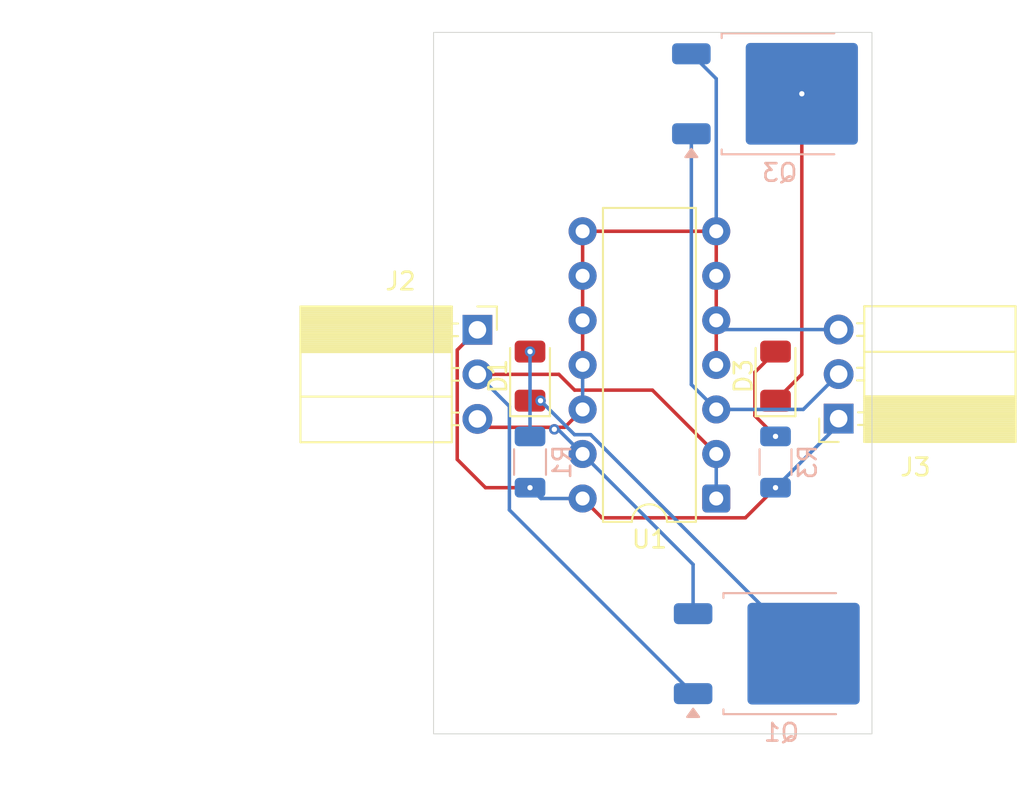
<source format=kicad_pcb>
(kicad_pcb (version 20241229) (generator "pcbnew") (generator_version "9.0")
  (layers (0 "F.Cu" signal) (2 "B.Cu" signal) (13 "F.Paste" user) (15 "B.Paste" user) (5 "F.SilkS" user "F.Silkscreen") (7 "B.SilkS" user "B.Silkscreen") (1 "F.Mask" user) (3 "B.Mask" user) (25 "Edge.Cuts" user))
  (net 0 "")
  (net 1 "Net-(D1-A)")
  (net 2 "Net-(D1-K)")
  (net 3 "Net-(D3-A)")
  (net 4 "Net-(D3-K)")
  (net 5 "Net-(J2-Pin_2)")
  (net 6 "Net-(J3-Pin_2)")
  (net 7 "Net-(J2-Pin_3)")
  (net 8 "Net-(J2-Pin_1)")
  (footprint "Connector_PinSocket_2.54mm:PinSocket_1x03_P2.54mm_Horizontal" (layer "F.Cu") (at 113.1 92.025 180)
    (property "Reference" "J3" (at -4.38 -2.77 0) (layer "F.SilkS"))
    (property "Value" "Conn_01x03_Socket")
    (fp_line (start 1.11 -1.33) (end 1.11 0) (stroke (width 0.12)) (layer "F.SilkS"))
    (fp_line (start 0 -1.33) (end 1.11 -1.33) (stroke (width 0.12)) (layer "F.SilkS"))
    (fp_line (start -1.46 5.44) (end -1.05 5.44) (stroke (width 0.12)) (layer "F.SilkS"))
    (fp_line (start -1.46 4.72) (end -1.05 4.72) (stroke (width 0.12)) (layer "F.SilkS"))
    (fp_line (start -1.46 2.9) (end -1.05 2.9) (stroke (width 0.12)) (layer "F.SilkS"))
    (fp_line (start -1.46 2.18) (end -1.05 2.18) (stroke (width 0.12)) (layer "F.SilkS"))
    (fp_line (start -1.46 0.36) (end -1.11 0.36) (stroke (width 0.12)) (layer "F.SilkS"))
    (fp_line (start -1.46 -0.36) (end -1.11 -0.36) (stroke (width 0.12)) (layer "F.SilkS"))
    (fp_line (start -1.46 -1.33) (end -1.46 6.41) (stroke (width 0.12)) (layer "F.SilkS"))
    (fp_line (start -10.09 6.41) (end -1.46 6.41) (stroke (width 0.12)) (layer "F.SilkS"))
    (fp_line (start -10.09 3.81) (end -1.46 3.81) (stroke (width 0.12)) (layer "F.SilkS"))
    (fp_line (start -10.09 1.27) (end -1.46 1.27) (stroke (width 0.12)) (layer "F.SilkS"))
    (fp_line (start -10.09 1.1519) (end -1.46 1.1519) (stroke (width 0.12)) (layer "F.SilkS"))
    (fp_line (start -10.09 1.033805) (end -1.46 1.033805) (stroke (width 0.12)) (layer "F.SilkS"))
    (fp_line (start -10.09 0.91571) (end -1.46 0.91571) (stroke (width 0.12)) (layer "F.SilkS"))
    (fp_line (start -10.09 0.797615) (end -1.46 0.797615) (stroke (width 0.12)) (layer "F.SilkS"))
    (fp_line (start -10.09 0.67952) (end -1.46 0.67952) (stroke (width 0.12)) (layer "F.SilkS"))
    (fp_line (start -10.09 0.561425) (end -1.46 0.561425) (stroke (width 0.12)) (layer "F.SilkS"))
    (fp_line (start -10.09 0.44333) (end -1.46 0.44333) (stroke (width 0.12)) (layer "F.SilkS"))
    (fp_line (start -10.09 0.325235) (end -1.46 0.325235) (stroke (width 0.12)) (layer "F.SilkS"))
    (fp_line (start -10.09 0.20714) (end -1.46 0.20714) (stroke (width 0.12)) (layer "F.SilkS"))
    (fp_line (start -10.09 0.089045) (end -1.46 0.089045) (stroke (width 0.12)) (layer "F.SilkS"))
    (fp_line (start -10.09 -0.02905) (end -1.46 -0.02905) (stroke (width 0.12)) (layer "F.SilkS"))
    (fp_line (start -10.09 -0.147145) (end -1.46 -0.147145) (stroke (width 0.12)) (layer "F.SilkS"))
    (fp_line (start -10.09 -0.26524) (end -1.46 -0.26524) (stroke (width 0.12)) (layer "F.SilkS"))
    (fp_line (start -10.09 -0.383335) (end -1.46 -0.383335) (stroke (width 0.12)) (layer "F.SilkS"))
    (fp_line (start -10.09 -0.50143) (end -1.46 -0.50143) (stroke (width 0.12)) (layer "F.SilkS"))
    (fp_line (start -10.09 -0.619525) (end -1.46 -0.619525) (stroke (width 0.12)) (layer "F.SilkS"))
    (fp_line (start -10.09 -0.73762) (end -1.46 -0.73762) (stroke (width 0.12)) (layer "F.SilkS"))
    (fp_line (start -10.09 -0.855715) (end -1.46 -0.855715) (stroke (width 0.12)) (layer "F.SilkS"))
    (fp_line (start -10.09 -0.97381) (end -1.46 -0.97381) (stroke (width 0.12)) (layer "F.SilkS"))
    (fp_line (start -10.09 -1.091905) (end -1.46 -1.091905) (stroke (width 0.12)) (layer "F.SilkS"))
    (fp_line (start -10.09 -1.21) (end -1.46 -1.21) (stroke (width 0.12)) (layer "F.SilkS"))
    (fp_line (start -10.09 -1.33) (end -1.46 -1.33) (stroke (width 0.12)) (layer "F.SilkS"))
    (fp_line (start -10.09 -1.33) (end -10.09 6.41) (stroke (width 0.12)) (layer "F.SilkS"))
    (pad "1" thru_hole rect (at 0 0 180) (size 1.7 1.7) (drill 1) (layers "*.Cu" "*.Mask") (net 8 "Net-(J2-Pin_1)"))
    (pad "2" thru_hole circle (at 0 2.54 180) (size 1.7 1.7) (drill 1) (layers "*.Cu" "*.Mask") (net 6 "Net-(J3-Pin_2)"))
    (pad "3" thru_hole circle (at 0 5.08 180) (size 1.7 1.7) (drill 1) (layers "*.Cu" "*.Mask") (net 7 "Net-(J2-Pin_3)"))
  )
  (footprint "Package_DIP:DIP-14_W7.62mm" (layer "F.Cu") (at 106.12 96.58 180)
    (property "Reference" "U1" (at 3.81 -2.33 0) (layer "F.SilkS"))
    (property "Value" "4011")
    (fp_line (start 6.46 16.57) (end 6.46 -1.33) (stroke (width 0.12)) (layer "F.SilkS"))
    (fp_line (start 6.46 -1.33) (end 4.81 -1.33) (stroke (width 0.12)) (layer "F.SilkS"))
    (fp_line (start 2.81 -1.33) (end 1.16 -1.33) (stroke (width 0.12)) (layer "F.SilkS"))
    (fp_line (start 1.16 16.57) (end 6.46 16.57) (stroke (width 0.12)) (layer "F.SilkS"))
    (fp_line (start 1.16 -1.33) (end 1.16 16.57) (stroke (width 0.12)) (layer "F.SilkS"))
    (fp_arc (start 4.81 -1.33) (mid 3.81 -0.33) (end 2.81 -1.33) (stroke (width 0.12)) (layer "F.SilkS"))
    (pad "1" thru_hole roundrect (at 0 0 180) (size 1.6 1.6) (drill 0.8) (layers "*.Cu" "*.Mask") (roundrect_rratio 0.15625) (net 5 "Net-(J2-Pin_2)"))
    (pad "2" thru_hole circle (at 0 2.54 180) (size 1.6 1.6) (drill 0.8) (layers "*.Cu" "*.Mask") (net 5 "Net-(J2-Pin_2)"))
    (pad "3" thru_hole circle (at 0 5.08 180) (size 1.6 1.6) (drill 0.8) (layers "*.Cu" "*.Mask") (net 6 "Net-(J3-Pin_2)"))
    (pad "4" thru_hole circle (at 0 7.62 180) (size 1.6 1.6) (drill 0.8) (layers "*.Cu" "*.Mask") (net 7 "Net-(J2-Pin_3)"))
    (pad "5" thru_hole circle (at 0 10.16 180) (size 1.6 1.6) (drill 0.8) (layers "*.Cu" "*.Mask") (net 7 "Net-(J2-Pin_3)"))
    (pad "6" thru_hole circle (at 0 12.7 180) (size 1.6 1.6) (drill 0.8) (layers "*.Cu" "*.Mask") (net 7 "Net-(J2-Pin_3)"))
    (pad "7" thru_hole circle (at 0 15.24 180) (size 1.6 1.6) (drill 0.8) (layers "*.Cu" "*.Mask") (net 7 "Net-(J2-Pin_3)"))
    (pad "8" thru_hole circle (at 7.62 15.24 180) (size 1.6 1.6) (drill 0.8) (layers "*.Cu" "*.Mask") (net 7 "Net-(J2-Pin_3)"))
    (pad "9" thru_hole circle (at 7.62 12.7 180) (size 1.6 1.6) (drill 0.8) (layers "*.Cu" "*.Mask") (net 7 "Net-(J2-Pin_3)"))
    (pad "10" thru_hole circle (at 7.62 10.16 180) (size 1.6 1.6) (drill 0.8) (layers "*.Cu" "*.Mask") (net 7 "Net-(J2-Pin_3)"))
    (pad "11" thru_hole circle (at 7.62 7.62 180) (size 1.6 1.6) (drill 0.8) (layers "*.Cu" "*.Mask") (net 7 "Net-(J2-Pin_3)"))
    (pad "12" thru_hole circle (at 7.62 5.08 180) (size 1.6 1.6) (drill 0.8) (layers "*.Cu" "*.Mask") (net 7 "Net-(J2-Pin_3)"))
    (pad "13" thru_hole circle (at 7.62 2.54 180) (size 1.6 1.6) (drill 0.8) (layers "*.Cu" "*.Mask") (net 7 "Net-(J2-Pin_3)"))
    (pad "14" thru_hole circle (at 7.62 0 180) (size 1.6 1.6) (drill 0.8) (layers "*.Cu" "*.Mask") (net 8 "Net-(J2-Pin_1)"))
  )
  (footprint "Connector_PinSocket_2.54mm:PinSocket_1x03_P2.54mm_Horizontal" (layer "F.Cu") (at 92.5 86.96)
    (property "Reference" "J2" (at -4.38 -2.77 0) (layer "F.SilkS"))
    (property "Value" "Conn_01x03_Socket")
    (fp_line (start -10.09 -1.33) (end -10.09 6.41) (stroke (width 0.12)) (layer "F.SilkS"))
    (fp_line (start -10.09 -1.33) (end -1.46 -1.33) (stroke (width 0.12)) (layer "F.SilkS"))
    (fp_line (start -10.09 -1.21) (end -1.46 -1.21) (stroke (width 0.12)) (layer "F.SilkS"))
    (fp_line (start -10.09 -1.091905) (end -1.46 -1.091905) (stroke (width 0.12)) (layer "F.SilkS"))
    (fp_line (start -10.09 -0.97381) (end -1.46 -0.97381) (stroke (width 0.12)) (layer "F.SilkS"))
    (fp_line (start -10.09 -0.855715) (end -1.46 -0.855715) (stroke (width 0.12)) (layer "F.SilkS"))
    (fp_line (start -10.09 -0.73762) (end -1.46 -0.73762) (stroke (width 0.12)) (layer "F.SilkS"))
    (fp_line (start -10.09 -0.619525) (end -1.46 -0.619525) (stroke (width 0.12)) (layer "F.SilkS"))
    (fp_line (start -10.09 -0.50143) (end -1.46 -0.50143) (stroke (width 0.12)) (layer "F.SilkS"))
    (fp_line (start -10.09 -0.383335) (end -1.46 -0.383335) (stroke (width 0.12)) (layer "F.SilkS"))
    (fp_line (start -10.09 -0.26524) (end -1.46 -0.26524) (stroke (width 0.12)) (layer "F.SilkS"))
    (fp_line (start -10.09 -0.147145) (end -1.46 -0.147145) (stroke (width 0.12)) (layer "F.SilkS"))
    (fp_line (start -10.09 -0.02905) (end -1.46 -0.02905) (stroke (width 0.12)) (layer "F.SilkS"))
    (fp_line (start -10.09 0.089045) (end -1.46 0.089045) (stroke (width 0.12)) (layer "F.SilkS"))
    (fp_line (start -10.09 0.20714) (end -1.46 0.20714) (stroke (width 0.12)) (layer "F.SilkS"))
    (fp_line (start -10.09 0.325235) (end -1.46 0.325235) (stroke (width 0.12)) (layer "F.SilkS"))
    (fp_line (start -10.09 0.44333) (end -1.46 0.44333) (stroke (width 0.12)) (layer "F.SilkS"))
    (fp_line (start -10.09 0.561425) (end -1.46 0.561425) (stroke (width 0.12)) (layer "F.SilkS"))
    (fp_line (start -10.09 0.67952) (end -1.46 0.67952) (stroke (width 0.12)) (layer "F.SilkS"))
    (fp_line (start -10.09 0.797615) (end -1.46 0.797615) (stroke (width 0.12)) (layer "F.SilkS"))
    (fp_line (start -10.09 0.91571) (end -1.46 0.91571) (stroke (width 0.12)) (layer "F.SilkS"))
    (fp_line (start -10.09 1.033805) (end -1.46 1.033805) (stroke (width 0.12)) (layer "F.SilkS"))
    (fp_line (start -10.09 1.1519) (end -1.46 1.1519) (stroke (width 0.12)) (layer "F.SilkS"))
    (fp_line (start -10.09 1.27) (end -1.46 1.27) (stroke (width 0.12)) (layer "F.SilkS"))
    (fp_line (start -10.09 3.81) (end -1.46 3.81) (stroke (width 0.12)) (layer "F.SilkS"))
    (fp_line (start -10.09 6.41) (end -1.46 6.41) (stroke (width 0.12)) (layer "F.SilkS"))
    (fp_line (start -1.46 -1.33) (end -1.46 6.41) (stroke (width 0.12)) (layer "F.SilkS"))
    (fp_line (start -1.46 -0.36) (end -1.11 -0.36) (stroke (width 0.12)) (layer "F.SilkS"))
    (fp_line (start -1.46 0.36) (end -1.11 0.36) (stroke (width 0.12)) (layer "F.SilkS"))
    (fp_line (start -1.46 2.18) (end -1.05 2.18) (stroke (width 0.12)) (layer "F.SilkS"))
    (fp_line (start -1.46 2.9) (end -1.05 2.9) (stroke (width 0.12)) (layer "F.SilkS"))
    (fp_line (start -1.46 4.72) (end -1.05 4.72) (stroke (width 0.12)) (layer "F.SilkS"))
    (fp_line (start -1.46 5.44) (end -1.05 5.44) (stroke (width 0.12)) (layer "F.SilkS"))
    (fp_line (start 0 -1.33) (end 1.11 -1.33) (stroke (width 0.12)) (layer "F.SilkS"))
    (fp_line (start 1.11 -1.33) (end 1.11 0) (stroke (width 0.12)) (layer "F.SilkS"))
    (pad "1" thru_hole rect (at 0 0) (size 1.7 1.7) (drill 1) (layers "*.Cu" "*.Mask") (net 8 "Net-(J2-Pin_1)"))
    (pad "2" thru_hole circle (at 0 2.54) (size 1.7 1.7) (drill 1) (layers "*.Cu" "*.Mask") (net 5 "Net-(J2-Pin_2)"))
    (pad "3" thru_hole circle (at 0 5.08) (size 1.7 1.7) (drill 1) (layers "*.Cu" "*.Mask") (net 7 "Net-(J2-Pin_3)"))
  )
  (footprint "LED_SMD:LED_1206_3216Metric" (layer "F.Cu") (at 109.5 89.6 90)
    (property "Reference" "D3" (at 0 -1.83 90) (layer "F.SilkS"))
    (property "Value" "LED")
    (fp_line (start 1.6 -1.135) (end -2.285 -1.135) (stroke (width 0.12)) (layer "F.SilkS"))
    (fp_line (start -2.285 -1.135) (end -2.285 1.135) (stroke (width 0.12)) (layer "F.SilkS"))
    (fp_line (start -2.285 1.135) (end 1.6 1.135) (stroke (width 0.12)) (layer "F.SilkS"))
    (pad "1" smd roundrect (at -1.4 0 90) (size 1.25 1.75) (layers "F.Cu" "F.Mask" "F.Paste") (roundrect_rratio 0.2) (net 4 "Net-(D3-K)"))
    (pad "2" smd roundrect (at 1.4 0 90) (size 1.25 1.75) (layers "F.Cu" "F.Mask" "F.Paste") (roundrect_rratio 0.2) (net 3 "Net-(D3-A)"))
  )
  (footprint "LED_SMD:LED_1206_3216Metric" (layer "F.Cu") (at 95.5 89.6 90)
    (property "Reference" "D1" (at 0 -1.83 90) (layer "F.SilkS"))
    (property "Value" "LED")
    (fp_line (start 1.6 -1.135) (end -2.285 -1.135) (stroke (width 0.12)) (layer "F.SilkS"))
    (fp_line (start -2.285 -1.135) (end -2.285 1.135) (stroke (width 0.12)) (layer "F.SilkS"))
    (fp_line (start -2.285 1.135) (end 1.6 1.135) (stroke (width 0.12)) (layer "F.SilkS"))
    (pad "1" smd roundrect (at -1.4 0 90) (size 1.25 1.75) (layers "F.Cu" "F.Mask" "F.Paste") (roundrect_rratio 0.2) (net 2 "Net-(D1-K)"))
    (pad "2" smd roundrect (at 1.4 0 90) (size 1.25 1.75) (layers "F.Cu" "F.Mask" "F.Paste") (roundrect_rratio 0.2) (net 1 "Net-(D1-A)"))
  )
  (footprint "Package_TO_SOT_SMD:TO-252-2" (layer "B.Cu") (at 109.74 73.5)
    (property "Reference" "Q3" (at 0 4.5 0) (layer "B.SilkS") (effects (justify mirror)))
    (property "Value" "QM6006D")
    (fp_line (start -3.31 -3.45) (end -3.31 -3.18) (stroke (width 0.12)) (layer "B.SilkS"))
    (fp_line (start -3.31 3.45) (end -3.31 3.18) (stroke (width 0.12)) (layer "B.SilkS"))
    (fp_line (start 3.11 -3.45) (end -3.31 -3.45) (stroke (width 0.12)) (layer "B.SilkS"))
    (fp_line (start 3.11 3.45) (end -3.31 3.45) (stroke (width 0.12)) (layer "B.SilkS"))
    (fp_poly (pts (xy -5.04 3.14) (xy -5.38 3.61) (xy -4.7 3.61)) (stroke (width 0.12)) (fill yes) (layer "B.SilkS"))
    (pad "1" smd roundrect (at -5.04 2.28) (size 2.2 1.2) (layers "B.Cu" "B.Mask" "B.Paste") (roundrect_rratio 0.208333) (net 6 "Net-(J3-Pin_2)"))
    (pad "2" smd roundrect (at 1.26 0) (size 6.4 5.8) (layers "B.Cu" "B.Mask") (roundrect_rratio 0.043103) (net 4 "Net-(D3-K)"))
    (pad "3" smd roundrect (at -5.04 -2.28) (size 2.2 1.2) (layers "B.Cu" "B.Mask" "B.Paste") (roundrect_rratio 0.208333) (net 7 "Net-(J2-Pin_3)"))
  )
  (footprint "Package_TO_SOT_SMD:TO-252-2" (layer "B.Cu") (at 109.84 105.4275)
    (property "Reference" "Q1" (at 0 4.5 0) (layer "B.SilkS") (effects (justify mirror)))
    (property "Value" "QM6006D")
    (fp_line (start -3.31 -3.45) (end -3.31 -3.18) (stroke (width 0.12)) (layer "B.SilkS"))
    (fp_line (start -3.31 3.45) (end -3.31 3.18) (stroke (width 0.12)) (layer "B.SilkS"))
    (fp_line (start 3.11 -3.45) (end -3.31 -3.45) (stroke (width 0.12)) (layer "B.SilkS"))
    (fp_line (start 3.11 3.45) (end -3.31 3.45) (stroke (width 0.12)) (layer "B.SilkS"))
    (fp_poly (pts (xy -5.04 3.14) (xy -5.38 3.61) (xy -4.7 3.61)) (stroke (width 0.12)) (fill yes) (layer "B.SilkS"))
    (pad "1" smd roundrect (at -5.04 2.28) (size 2.2 1.2) (layers "B.Cu" "B.Mask" "B.Paste") (roundrect_rratio 0.208333) (net 5 "Net-(J2-Pin_2)"))
    (pad "2" smd roundrect (at 1.26 0) (size 6.4 5.8) (layers "B.Cu" "B.Mask") (roundrect_rratio 0.043103) (net 2 "Net-(D1-K)"))
    (pad "3" smd roundrect (at -5.04 -2.28) (size 2.2 1.2) (layers "B.Cu" "B.Mask" "B.Paste") (roundrect_rratio 0.208333) (net 7 "Net-(J2-Pin_3)"))
  )
  (footprint "Resistor_SMD:R_1206_3216Metric" (layer "B.Cu") (at 95.5 94.5 90)
    (property "Reference" "R1" (at 0 1.83 90) (layer "B.SilkS") (effects (justify mirror)))
    (property "Value" "R")
    (fp_line (start -0.727064 -0.91) (end 0.727064 -0.91) (stroke (width 0.12)) (layer "B.SilkS"))
    (fp_line (start -0.727064 0.91) (end 0.727064 0.91) (stroke (width 0.12)) (layer "B.SilkS"))
    (pad "1" smd roundrect (at -1.4625 0 90) (size 1.125 1.75) (layers "B.Cu" "B.Mask" "B.Paste") (roundrect_rratio 0.222222) (net 8 "Net-(J2-Pin_1)"))
    (pad "2" smd roundrect (at 1.4625 0 90) (size 1.125 1.75) (layers "B.Cu" "B.Mask" "B.Paste") (roundrect_rratio 0.222222) (net 1 "Net-(D1-A)"))
  )
  (footprint "Resistor_SMD:R_1206_3216Metric" (layer "B.Cu") (at 109.5 94.5 90)
    (property "Reference" "R3" (at 0 1.83 90) (layer "B.SilkS") (effects (justify mirror)))
    (property "Value" "R")
    (fp_line (start -0.727064 -0.91) (end 0.727064 -0.91) (stroke (width 0.12)) (layer "B.SilkS"))
    (fp_line (start -0.727064 0.91) (end 0.727064 0.91) (stroke (width 0.12)) (layer "B.SilkS"))
    (pad "1" smd roundrect (at -1.4625 0 90) (size 1.125 1.75) (layers "B.Cu" "B.Mask" "B.Paste") (roundrect_rratio 0.222222) (net 8 "Net-(J2-Pin_1)"))
    (pad "2" smd roundrect (at 1.4625 0 90) (size 1.125 1.75) (layers "B.Cu" "B.Mask" "B.Paste") (roundrect_rratio 0.222222) (net 3 "Net-(D3-A)"))
  )
  (gr_rect (start 90 70) (end 115 110) (stroke (width 0.05)) (fill no) (layer "Edge.Cuts"))
  (via (at 95.5 88.2) (size 0.6) (drill 0.3) (layers "F.Cu" "B.Cu") (net 1))
  (segment (start 95.5 93.0375) (end 95.5 88.2) (width 0.2) (layer "B.Cu") (net 1))
  (via (at 96.1 91) (size 0.6) (drill 0.3) (layers "F.Cu" "B.Cu") (net 2))
  (segment (start 111.1 105.08295) (end 98.95605 92.939) (width 0.2) (layer "B.Cu") (net 2))
  (segment (start 98.95605 92.939) (end 98.039 92.939) (width 0.2) (layer "B.Cu") (net 2))
  (segment (start 98.039 92.939) (end 96.1 91) (width 0.2) (layer "B.Cu") (net 2))
  (segment (start 111.1 105.4275) (end 111.1 105.08295) (width 0.2) (layer "B.Cu") (net 2))
  (segment (start 108.324 91.8615) (end 109.5 93.0375) (width 0.2) (layer "F.Cu") (net 3))
  (segment (start 108.324 89.376) (end 108.324 91.8615) (width 0.2) (layer "F.Cu") (net 3))
  (segment (start 109.5 88.2) (end 108.324 89.376) (width 0.2) (layer "F.Cu") (net 3))
  (via (at 109.5 93.0375) (size 0.6) (drill 0.3) (layers "F.Cu" "B.Cu") (net 3))
  (segment (start 109.5 91) (end 111 89.5) (width 0.2) (layer "F.Cu") (net 4))
  (segment (start 111 89.5) (end 111 73.5) (width 0.2) (layer "F.Cu") (net 4))
  (via (at 111 73.5) (size 0.6) (drill 0.3) (layers "F.Cu" "B.Cu") (net 4))
  (segment (start 102.479 90.399) (end 106.12 94.04) (width 0.2) (layer "F.Cu") (net 5))
  (segment (start 98.04395 90.399) (end 102.479 90.399) (width 0.2) (layer "F.Cu") (net 5))
  (segment (start 92.5 89.5) (end 97.14495 89.5) (width 0.2) (layer "F.Cu") (net 5))
  (segment (start 97.14495 89.5) (end 98.04395 90.399) (width 0.2) (layer "F.Cu") (net 5))
  (segment (start 104.8 107.7075) (end 94.324 97.2315) (width 0.2) (layer "B.Cu") (net 5))
  (segment (start 106.12 94.04) (end 106.12 96.58) (width 0.2) (layer "B.Cu") (net 5))
  (segment (start 94.324 91.324) (end 92.5 89.5) (width 0.2) (layer "B.Cu") (net 5))
  (segment (start 94.324 97.2315) (end 94.324 91.324) (width 0.2) (layer "B.Cu") (net 5))
  (segment (start 104.7 90.08) (end 106.12 91.5) (width 0.2) (layer "B.Cu") (net 6))
  (segment (start 106.12 91.5) (end 111.085 91.5) (width 0.2) (layer "B.Cu") (net 6))
  (segment (start 104.7 75.78) (end 104.7 90.08) (width 0.2) (layer "B.Cu") (net 6))
  (segment (start 111.085 91.5) (end 113.1 89.485) (width 0.2) (layer "B.Cu") (net 6))
  (segment (start 92.98 92.52) (end 97.48 92.52) (width 0.2) (layer "F.Cu") (net 7))
  (segment (start 106.12 88.96) (end 106.12 86.42) (width 0.2) (layer "F.Cu") (net 7))
  (segment (start 98.5 86.42) (end 98.5 88.96) (width 0.2) (layer "F.Cu") (net 7))
  (segment (start 106.12 81.34) (end 106.12 83.88) (width 0.2) (layer "F.Cu") (net 7))
  (segment (start 92.5 92.04) (end 92.98 92.52) (width 0.2) (layer "F.Cu") (net 7))
  (segment (start 98.5 83.88) (end 98.5 86.42) (width 0.2) (layer "F.Cu") (net 7))
  (segment (start 98.5 81.34) (end 106.12 81.34) (width 0.2) (layer "F.Cu") (net 7))
  (segment (start 97.48 92.52) (end 98.5 91.5) (width 0.2) (layer "F.Cu") (net 7))
  (segment (start 98.5 81.34) (end 98.5 83.88) (width 0.2) (layer "F.Cu") (net 7))
  (segment (start 106.12 83.88) (end 106.12 86.42) (width 0.2) (layer "F.Cu") (net 7))
  (via (at 96.885735 92.634265) (size 0.6) (drill 0.3) (layers "F.Cu" "B.Cu") (net 7))
  (segment (start 97.094265 92.634265) (end 96.885735 92.634265) (width 0.2) (layer "B.Cu") (net 7))
  (segment (start 104.8 100.34) (end 98.5 94.04) (width 0.2) (layer "B.Cu") (net 7))
  (segment (start 104.7 71.22) (end 106.12 72.64) (width 0.2) (layer "B.Cu") (net 7))
  (segment (start 104.8 103.1475) (end 104.8 100.34) (width 0.2) (layer "B.Cu") (net 7))
  (segment (start 98.5 91.5) (end 98.5 88.96) (width 0.2) (layer "B.Cu") (net 7))
  (segment (start 113.1 86.945) (end 106.645 86.945) (width 0.2) (layer "B.Cu") (net 7))
  (segment (start 106.12 72.64) (end 106.12 81.34) (width 0.2) (layer "B.Cu") (net 7))
  (segment (start 106.645 86.945) (end 106.12 86.42) (width 0.2) (layer "B.Cu") (net 7))
  (segment (start 98.5 94.04) (end 97.094265 92.634265) (width 0.2) (layer "B.Cu") (net 7))
  (segment (start 92.9625 95.9625) (end 95.5 95.9625) (width 0.2) (layer "F.Cu") (net 8))
  (segment (start 92.5 86.96) (end 91.349 88.111) (width 0.2) (layer "F.Cu") (net 8))
  (segment (start 91.349 88.111) (end 91.349 94.349) (width 0.2) (layer "F.Cu") (net 8))
  (segment (start 98.5 96.58) (end 99.601 97.681) (width 0.2) (layer "F.Cu") (net 8))
  (segment (start 107.7815 97.681) (end 109.5 95.9625) (width 0.2) (layer "F.Cu") (net 8))
  (segment (start 99.601 97.681) (end 107.7815 97.681) (width 0.2) (layer "F.Cu") (net 8))
  (segment (start 91.349 94.349) (end 92.9625 95.9625) (width 0.2) (layer "F.Cu") (net 8))
  (via (at 109.5 95.9625) (size 0.6) (drill 0.3) (layers "F.Cu" "B.Cu") (net 8))
  (via (at 95.5 95.9625) (size 0.6) (drill 0.3) (layers "F.Cu" "B.Cu") (net 8))
  (segment (start 95.5 95.9625) (end 96.1175 96.58) (width 0.2) (layer "B.Cu") (net 8))
  (segment (start 113.1 92.025) (end 113.1 92.3625) (width 0.2) (layer "B.Cu") (net 8))
  (segment (start 113.1 92.3625) (end 109.5 95.9625) (width 0.2) (layer "B.Cu") (net 8))
  (segment (start 96.1175 96.58) (end 98.5 96.58) (width 0.2) (layer "B.Cu") (net 8))
)
</source>
